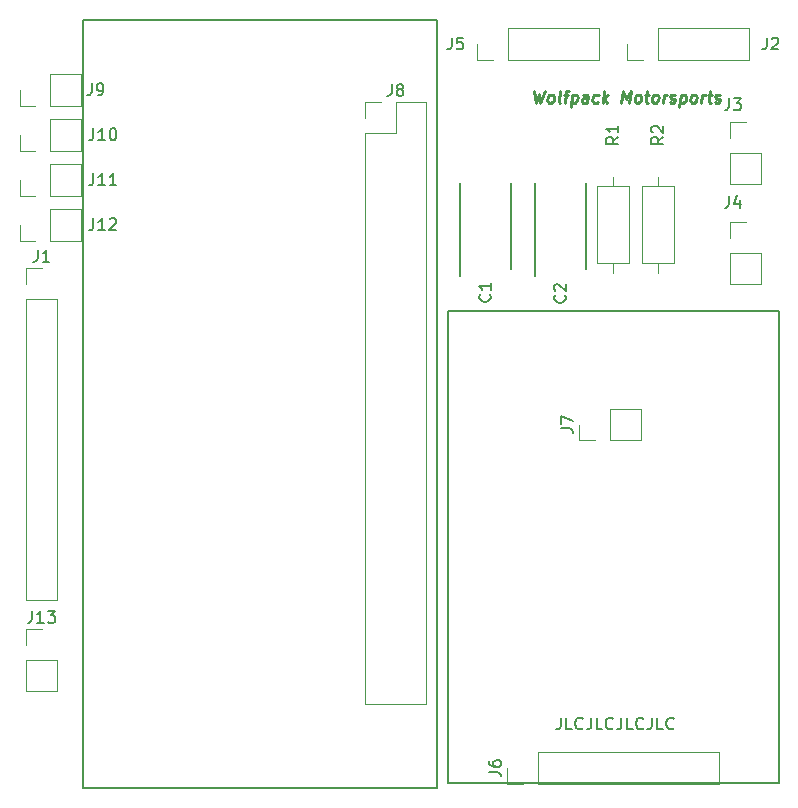
<source format=gbr>
G04 #@! TF.GenerationSoftware,KiCad,Pcbnew,(5.1.5)-3*
G04 #@! TF.CreationDate,2020-06-28T02:39:40-04:00*
G04 #@! TF.ProjectId,SteeringWheelKicad,53746565-7269-46e6-9757-6865656c4b69,3.0*
G04 #@! TF.SameCoordinates,Original*
G04 #@! TF.FileFunction,Legend,Top*
G04 #@! TF.FilePolarity,Positive*
%FSLAX46Y46*%
G04 Gerber Fmt 4.6, Leading zero omitted, Abs format (unit mm)*
G04 Created by KiCad (PCBNEW (5.1.5)-3) date 2020-06-28 02:39:40*
%MOMM*%
%LPD*%
G04 APERTURE LIST*
%ADD10C,0.160000*%
%ADD11C,0.250000*%
%ADD12C,0.150000*%
%ADD13C,0.120000*%
%ADD14C,0.200000*%
G04 APERTURE END LIST*
D10*
X140980952Y-144652380D02*
X140980952Y-145366666D01*
X140933333Y-145509523D01*
X140838095Y-145604761D01*
X140695238Y-145652380D01*
X140600000Y-145652380D01*
X141933333Y-145652380D02*
X141457142Y-145652380D01*
X141457142Y-144652380D01*
X142838095Y-145557142D02*
X142790476Y-145604761D01*
X142647619Y-145652380D01*
X142552380Y-145652380D01*
X142409523Y-145604761D01*
X142314285Y-145509523D01*
X142266666Y-145414285D01*
X142219047Y-145223809D01*
X142219047Y-145080952D01*
X142266666Y-144890476D01*
X142314285Y-144795238D01*
X142409523Y-144700000D01*
X142552380Y-144652380D01*
X142647619Y-144652380D01*
X142790476Y-144700000D01*
X142838095Y-144747619D01*
X143552380Y-144652380D02*
X143552380Y-145366666D01*
X143504761Y-145509523D01*
X143409523Y-145604761D01*
X143266666Y-145652380D01*
X143171428Y-145652380D01*
X144504761Y-145652380D02*
X144028571Y-145652380D01*
X144028571Y-144652380D01*
X145409523Y-145557142D02*
X145361904Y-145604761D01*
X145219047Y-145652380D01*
X145123809Y-145652380D01*
X144980952Y-145604761D01*
X144885714Y-145509523D01*
X144838095Y-145414285D01*
X144790476Y-145223809D01*
X144790476Y-145080952D01*
X144838095Y-144890476D01*
X144885714Y-144795238D01*
X144980952Y-144700000D01*
X145123809Y-144652380D01*
X145219047Y-144652380D01*
X145361904Y-144700000D01*
X145409523Y-144747619D01*
X146123809Y-144652380D02*
X146123809Y-145366666D01*
X146076190Y-145509523D01*
X145980952Y-145604761D01*
X145838095Y-145652380D01*
X145742857Y-145652380D01*
X147076190Y-145652380D02*
X146600000Y-145652380D01*
X146600000Y-144652380D01*
X147980952Y-145557142D02*
X147933333Y-145604761D01*
X147790476Y-145652380D01*
X147695238Y-145652380D01*
X147552380Y-145604761D01*
X147457142Y-145509523D01*
X147409523Y-145414285D01*
X147361904Y-145223809D01*
X147361904Y-145080952D01*
X147409523Y-144890476D01*
X147457142Y-144795238D01*
X147552380Y-144700000D01*
X147695238Y-144652380D01*
X147790476Y-144652380D01*
X147933333Y-144700000D01*
X147980952Y-144747619D01*
X148695238Y-144652380D02*
X148695238Y-145366666D01*
X148647619Y-145509523D01*
X148552380Y-145604761D01*
X148409523Y-145652380D01*
X148314285Y-145652380D01*
X149647619Y-145652380D02*
X149171428Y-145652380D01*
X149171428Y-144652380D01*
X150552380Y-145557142D02*
X150504761Y-145604761D01*
X150361904Y-145652380D01*
X150266666Y-145652380D01*
X150123809Y-145604761D01*
X150028571Y-145509523D01*
X149980952Y-145414285D01*
X149933333Y-145223809D01*
X149933333Y-145080952D01*
X149980952Y-144890476D01*
X150028571Y-144795238D01*
X150123809Y-144700000D01*
X150266666Y-144652380D01*
X150361904Y-144652380D01*
X150504761Y-144700000D01*
X150552380Y-144747619D01*
D11*
X138758318Y-91597380D02*
X138871413Y-92597380D01*
X139151175Y-91883095D01*
X139252366Y-92597380D01*
X139615461Y-91597380D01*
X140014270Y-92597380D02*
X139924985Y-92549761D01*
X139883318Y-92502142D01*
X139847604Y-92406904D01*
X139883318Y-92121190D01*
X139942842Y-92025952D01*
X139996413Y-91978333D01*
X140097604Y-91930714D01*
X140240461Y-91930714D01*
X140329747Y-91978333D01*
X140371413Y-92025952D01*
X140407127Y-92121190D01*
X140371413Y-92406904D01*
X140311889Y-92502142D01*
X140258318Y-92549761D01*
X140157127Y-92597380D01*
X140014270Y-92597380D01*
X140919032Y-92597380D02*
X140829747Y-92549761D01*
X140794032Y-92454523D01*
X140901175Y-91597380D01*
X141240461Y-91930714D02*
X141621413Y-91930714D01*
X141299985Y-92597380D02*
X141407127Y-91740238D01*
X141466651Y-91645000D01*
X141567842Y-91597380D01*
X141663080Y-91597380D01*
X141954747Y-91930714D02*
X141829747Y-92930714D01*
X141948794Y-91978333D02*
X142049985Y-91930714D01*
X142240461Y-91930714D01*
X142329747Y-91978333D01*
X142371413Y-92025952D01*
X142407127Y-92121190D01*
X142371413Y-92406904D01*
X142311889Y-92502142D01*
X142258318Y-92549761D01*
X142157127Y-92597380D01*
X141966651Y-92597380D01*
X141877366Y-92549761D01*
X143204747Y-92597380D02*
X143270223Y-92073571D01*
X143234508Y-91978333D01*
X143145223Y-91930714D01*
X142954747Y-91930714D01*
X142853556Y-91978333D01*
X143210699Y-92549761D02*
X143109508Y-92597380D01*
X142871413Y-92597380D01*
X142782127Y-92549761D01*
X142746413Y-92454523D01*
X142758318Y-92359285D01*
X142817842Y-92264047D01*
X142919032Y-92216428D01*
X143157127Y-92216428D01*
X143258318Y-92168809D01*
X144115461Y-92549761D02*
X144014270Y-92597380D01*
X143823794Y-92597380D01*
X143734508Y-92549761D01*
X143692842Y-92502142D01*
X143657127Y-92406904D01*
X143692842Y-92121190D01*
X143752366Y-92025952D01*
X143805937Y-91978333D01*
X143907127Y-91930714D01*
X144097604Y-91930714D01*
X144186889Y-91978333D01*
X144538080Y-92597380D02*
X144663080Y-91597380D01*
X144680937Y-92216428D02*
X144919032Y-92597380D01*
X145002366Y-91930714D02*
X144573794Y-92311666D01*
X146109508Y-92597380D02*
X146234508Y-91597380D01*
X146478556Y-92311666D01*
X146901175Y-91597380D01*
X146776175Y-92597380D01*
X147395223Y-92597380D02*
X147305937Y-92549761D01*
X147264270Y-92502142D01*
X147228556Y-92406904D01*
X147264270Y-92121190D01*
X147323794Y-92025952D01*
X147377366Y-91978333D01*
X147478556Y-91930714D01*
X147621413Y-91930714D01*
X147710699Y-91978333D01*
X147752366Y-92025952D01*
X147788080Y-92121190D01*
X147752366Y-92406904D01*
X147692842Y-92502142D01*
X147639270Y-92549761D01*
X147538080Y-92597380D01*
X147395223Y-92597380D01*
X148097604Y-91930714D02*
X148478556Y-91930714D01*
X148282127Y-91597380D02*
X148174985Y-92454523D01*
X148210699Y-92549761D01*
X148299985Y-92597380D01*
X148395223Y-92597380D01*
X148871413Y-92597380D02*
X148782127Y-92549761D01*
X148740461Y-92502142D01*
X148704747Y-92406904D01*
X148740461Y-92121190D01*
X148799985Y-92025952D01*
X148853556Y-91978333D01*
X148954747Y-91930714D01*
X149097604Y-91930714D01*
X149186889Y-91978333D01*
X149228556Y-92025952D01*
X149264270Y-92121190D01*
X149228556Y-92406904D01*
X149169032Y-92502142D01*
X149115461Y-92549761D01*
X149014270Y-92597380D01*
X148871413Y-92597380D01*
X149633318Y-92597380D02*
X149716651Y-91930714D01*
X149692842Y-92121190D02*
X149752366Y-92025952D01*
X149805937Y-91978333D01*
X149907127Y-91930714D01*
X150002366Y-91930714D01*
X150210699Y-92549761D02*
X150299985Y-92597380D01*
X150490461Y-92597380D01*
X150591651Y-92549761D01*
X150651175Y-92454523D01*
X150657127Y-92406904D01*
X150621413Y-92311666D01*
X150532127Y-92264047D01*
X150389270Y-92264047D01*
X150299985Y-92216428D01*
X150264270Y-92121190D01*
X150270223Y-92073571D01*
X150329747Y-91978333D01*
X150430937Y-91930714D01*
X150573794Y-91930714D01*
X150663080Y-91978333D01*
X151145223Y-91930714D02*
X151020223Y-92930714D01*
X151139270Y-91978333D02*
X151240461Y-91930714D01*
X151430937Y-91930714D01*
X151520223Y-91978333D01*
X151561889Y-92025952D01*
X151597604Y-92121190D01*
X151561889Y-92406904D01*
X151502366Y-92502142D01*
X151448794Y-92549761D01*
X151347604Y-92597380D01*
X151157127Y-92597380D01*
X151067842Y-92549761D01*
X152109508Y-92597380D02*
X152020223Y-92549761D01*
X151978556Y-92502142D01*
X151942842Y-92406904D01*
X151978556Y-92121190D01*
X152038080Y-92025952D01*
X152091651Y-91978333D01*
X152192842Y-91930714D01*
X152335699Y-91930714D01*
X152424985Y-91978333D01*
X152466651Y-92025952D01*
X152502366Y-92121190D01*
X152466651Y-92406904D01*
X152407127Y-92502142D01*
X152353556Y-92549761D01*
X152252366Y-92597380D01*
X152109508Y-92597380D01*
X152871413Y-92597380D02*
X152954747Y-91930714D01*
X152930937Y-92121190D02*
X152990461Y-92025952D01*
X153044032Y-91978333D01*
X153145223Y-91930714D01*
X153240461Y-91930714D01*
X153430937Y-91930714D02*
X153811889Y-91930714D01*
X153615461Y-91597380D02*
X153508318Y-92454523D01*
X153544032Y-92549761D01*
X153633318Y-92597380D01*
X153728556Y-92597380D01*
X154020223Y-92549761D02*
X154109508Y-92597380D01*
X154299985Y-92597380D01*
X154401175Y-92549761D01*
X154460699Y-92454523D01*
X154466651Y-92406904D01*
X154430937Y-92311666D01*
X154341651Y-92264047D01*
X154198794Y-92264047D01*
X154109508Y-92216428D01*
X154073794Y-92121190D01*
X154079747Y-92073571D01*
X154139270Y-91978333D01*
X154240461Y-91930714D01*
X154383318Y-91930714D01*
X154472604Y-91978333D01*
D12*
X159430000Y-150200000D02*
X131430000Y-150200000D01*
X159430000Y-110200000D02*
X159430000Y-150200000D01*
X131430000Y-110200000D02*
X159430000Y-110200000D01*
X131430000Y-150200000D02*
X131430000Y-110200000D01*
X130500000Y-93920000D02*
X130500000Y-85610000D01*
X130500000Y-150610000D02*
X130500000Y-148590000D01*
X100500000Y-150610000D02*
X130500000Y-150610000D01*
X100500000Y-85610000D02*
X100500000Y-150610000D01*
X130500000Y-85610000D02*
X100500000Y-85610000D01*
X130500000Y-93920000D02*
X130500000Y-148590000D01*
D13*
X95698000Y-137170000D02*
X97028000Y-137170000D01*
X95698000Y-138500000D02*
X95698000Y-137170000D01*
X95698000Y-139770000D02*
X98358000Y-139770000D01*
X98358000Y-139770000D02*
X98358000Y-142370000D01*
X95698000Y-139770000D02*
X95698000Y-142370000D01*
X95698000Y-142370000D02*
X98358000Y-142370000D01*
X95175000Y-104270000D02*
X95175000Y-102940000D01*
X96505000Y-104270000D02*
X95175000Y-104270000D01*
X97775000Y-104270000D02*
X97775000Y-101610000D01*
X97775000Y-101610000D02*
X100375000Y-101610000D01*
X97775000Y-104270000D02*
X100375000Y-104270000D01*
X100375000Y-104270000D02*
X100375000Y-101610000D01*
X95175000Y-100460000D02*
X95175000Y-99130000D01*
X96505000Y-100460000D02*
X95175000Y-100460000D01*
X97775000Y-100460000D02*
X97775000Y-97800000D01*
X97775000Y-97800000D02*
X100375000Y-97800000D01*
X97775000Y-100460000D02*
X100375000Y-100460000D01*
X100375000Y-100460000D02*
X100375000Y-97800000D01*
X95175000Y-96650000D02*
X95175000Y-95320000D01*
X96505000Y-96650000D02*
X95175000Y-96650000D01*
X97775000Y-96650000D02*
X97775000Y-93990000D01*
X97775000Y-93990000D02*
X100375000Y-93990000D01*
X97775000Y-96650000D02*
X100375000Y-96650000D01*
X100375000Y-96650000D02*
X100375000Y-93990000D01*
X95175000Y-92840000D02*
X95175000Y-91510000D01*
X96505000Y-92840000D02*
X95175000Y-92840000D01*
X97775000Y-92840000D02*
X97775000Y-90180000D01*
X97775000Y-90180000D02*
X100375000Y-90180000D01*
X97775000Y-92840000D02*
X100375000Y-92840000D01*
X100375000Y-92840000D02*
X100375000Y-90180000D01*
D14*
X136755000Y-106665000D02*
X136755000Y-99365000D01*
X132455000Y-99365000D02*
X132455000Y-107290000D01*
X143105000Y-106665000D02*
X143105000Y-99365000D01*
X138805000Y-99365000D02*
X138805000Y-107290000D01*
D13*
X95698000Y-106620000D02*
X97028000Y-106620000D01*
X95698000Y-107950000D02*
X95698000Y-106620000D01*
X95698000Y-109220000D02*
X98358000Y-109220000D01*
X98358000Y-109220000D02*
X98358000Y-134680000D01*
X95698000Y-109220000D02*
X95698000Y-134680000D01*
X95698000Y-134680000D02*
X98358000Y-134680000D01*
X156890000Y-88960000D02*
X156890000Y-86300000D01*
X149210000Y-88960000D02*
X156890000Y-88960000D01*
X149210000Y-86300000D02*
X156890000Y-86300000D01*
X149210000Y-88960000D02*
X149210000Y-86300000D01*
X147940000Y-88960000D02*
X146610000Y-88960000D01*
X146610000Y-88960000D02*
X146610000Y-87630000D01*
X155310000Y-94270000D02*
X156640000Y-94270000D01*
X155310000Y-95600000D02*
X155310000Y-94270000D01*
X155310000Y-96870000D02*
X157970000Y-96870000D01*
X157970000Y-96870000D02*
X157970000Y-99470000D01*
X155310000Y-96870000D02*
X155310000Y-99470000D01*
X155310000Y-99470000D02*
X157970000Y-99470000D01*
X155310000Y-107930000D02*
X157970000Y-107930000D01*
X155310000Y-105330000D02*
X155310000Y-107930000D01*
X157970000Y-105330000D02*
X157970000Y-107930000D01*
X155310000Y-105330000D02*
X157970000Y-105330000D01*
X155310000Y-104060000D02*
X155310000Y-102730000D01*
X155310000Y-102730000D02*
X156640000Y-102730000D01*
X133910000Y-88960000D02*
X133910000Y-87630000D01*
X135240000Y-88960000D02*
X133910000Y-88960000D01*
X136510000Y-88960000D02*
X136510000Y-86300000D01*
X136510000Y-86300000D02*
X144190000Y-86300000D01*
X136510000Y-88960000D02*
X144190000Y-88960000D01*
X144190000Y-88960000D02*
X144190000Y-86300000D01*
X136450000Y-150260000D02*
X136450000Y-148930000D01*
X137780000Y-150260000D02*
X136450000Y-150260000D01*
X139050000Y-150260000D02*
X139050000Y-147600000D01*
X139050000Y-147600000D02*
X154350000Y-147600000D01*
X139050000Y-150260000D02*
X154350000Y-150260000D01*
X154350000Y-150260000D02*
X154350000Y-147600000D01*
X142550000Y-121180000D02*
X142550000Y-119850000D01*
X143880000Y-121180000D02*
X142550000Y-121180000D01*
X145150000Y-121180000D02*
X145150000Y-118520000D01*
X145150000Y-118520000D02*
X147750000Y-118520000D01*
X145150000Y-121180000D02*
X147750000Y-121180000D01*
X147750000Y-121180000D02*
X147750000Y-118520000D01*
X124400000Y-92570000D02*
X125730000Y-92570000D01*
X124400000Y-93900000D02*
X124400000Y-92570000D01*
X127000000Y-92570000D02*
X129600000Y-92570000D01*
X127000000Y-95170000D02*
X127000000Y-92570000D01*
X124400000Y-95170000D02*
X127000000Y-95170000D01*
X129600000Y-92570000D02*
X129600000Y-143490000D01*
X124400000Y-95170000D02*
X124400000Y-143490000D01*
X124400000Y-143490000D02*
X129600000Y-143490000D01*
X145400000Y-106980000D02*
X145400000Y-106210000D01*
X145400000Y-98900000D02*
X145400000Y-99670000D01*
X146770000Y-106210000D02*
X146770000Y-99670000D01*
X144030000Y-106210000D02*
X146770000Y-106210000D01*
X144030000Y-99670000D02*
X144030000Y-106210000D01*
X146770000Y-99670000D02*
X144030000Y-99670000D01*
X150580000Y-99670000D02*
X147840000Y-99670000D01*
X147840000Y-99670000D02*
X147840000Y-106210000D01*
X147840000Y-106210000D02*
X150580000Y-106210000D01*
X150580000Y-106210000D02*
X150580000Y-99670000D01*
X149210000Y-98900000D02*
X149210000Y-99670000D01*
X149210000Y-106980000D02*
X149210000Y-106210000D01*
D12*
X96218476Y-135622380D02*
X96218476Y-136336666D01*
X96170857Y-136479523D01*
X96075619Y-136574761D01*
X95932761Y-136622380D01*
X95837523Y-136622380D01*
X97218476Y-136622380D02*
X96647047Y-136622380D01*
X96932761Y-136622380D02*
X96932761Y-135622380D01*
X96837523Y-135765238D01*
X96742285Y-135860476D01*
X96647047Y-135908095D01*
X97551809Y-135622380D02*
X98170857Y-135622380D01*
X97837523Y-136003333D01*
X97980380Y-136003333D01*
X98075619Y-136050952D01*
X98123238Y-136098571D01*
X98170857Y-136193809D01*
X98170857Y-136431904D01*
X98123238Y-136527142D01*
X98075619Y-136574761D01*
X97980380Y-136622380D01*
X97694666Y-136622380D01*
X97599428Y-136574761D01*
X97551809Y-136527142D01*
X101410476Y-102392380D02*
X101410476Y-103106666D01*
X101362857Y-103249523D01*
X101267619Y-103344761D01*
X101124761Y-103392380D01*
X101029523Y-103392380D01*
X102410476Y-103392380D02*
X101839047Y-103392380D01*
X102124761Y-103392380D02*
X102124761Y-102392380D01*
X102029523Y-102535238D01*
X101934285Y-102630476D01*
X101839047Y-102678095D01*
X102791428Y-102487619D02*
X102839047Y-102440000D01*
X102934285Y-102392380D01*
X103172380Y-102392380D01*
X103267619Y-102440000D01*
X103315238Y-102487619D01*
X103362857Y-102582857D01*
X103362857Y-102678095D01*
X103315238Y-102820952D01*
X102743809Y-103392380D01*
X103362857Y-103392380D01*
X101410476Y-98582380D02*
X101410476Y-99296666D01*
X101362857Y-99439523D01*
X101267619Y-99534761D01*
X101124761Y-99582380D01*
X101029523Y-99582380D01*
X102410476Y-99582380D02*
X101839047Y-99582380D01*
X102124761Y-99582380D02*
X102124761Y-98582380D01*
X102029523Y-98725238D01*
X101934285Y-98820476D01*
X101839047Y-98868095D01*
X103362857Y-99582380D02*
X102791428Y-99582380D01*
X103077142Y-99582380D02*
X103077142Y-98582380D01*
X102981904Y-98725238D01*
X102886666Y-98820476D01*
X102791428Y-98868095D01*
X101410476Y-94772380D02*
X101410476Y-95486666D01*
X101362857Y-95629523D01*
X101267619Y-95724761D01*
X101124761Y-95772380D01*
X101029523Y-95772380D01*
X102410476Y-95772380D02*
X101839047Y-95772380D01*
X102124761Y-95772380D02*
X102124761Y-94772380D01*
X102029523Y-94915238D01*
X101934285Y-95010476D01*
X101839047Y-95058095D01*
X103029523Y-94772380D02*
X103124761Y-94772380D01*
X103220000Y-94820000D01*
X103267619Y-94867619D01*
X103315238Y-94962857D01*
X103362857Y-95153333D01*
X103362857Y-95391428D01*
X103315238Y-95581904D01*
X103267619Y-95677142D01*
X103220000Y-95724761D01*
X103124761Y-95772380D01*
X103029523Y-95772380D01*
X102934285Y-95724761D01*
X102886666Y-95677142D01*
X102839047Y-95581904D01*
X102791428Y-95391428D01*
X102791428Y-95153333D01*
X102839047Y-94962857D01*
X102886666Y-94867619D01*
X102934285Y-94820000D01*
X103029523Y-94772380D01*
X101251666Y-90962380D02*
X101251666Y-91676666D01*
X101204047Y-91819523D01*
X101108809Y-91914761D01*
X100965952Y-91962380D01*
X100870714Y-91962380D01*
X101775476Y-91962380D02*
X101965952Y-91962380D01*
X102061190Y-91914761D01*
X102108809Y-91867142D01*
X102204047Y-91724285D01*
X102251666Y-91533809D01*
X102251666Y-91152857D01*
X102204047Y-91057619D01*
X102156428Y-91010000D01*
X102061190Y-90962380D01*
X101870714Y-90962380D01*
X101775476Y-91010000D01*
X101727857Y-91057619D01*
X101680238Y-91152857D01*
X101680238Y-91390952D01*
X101727857Y-91486190D01*
X101775476Y-91533809D01*
X101870714Y-91581428D01*
X102061190Y-91581428D01*
X102156428Y-91533809D01*
X102204047Y-91486190D01*
X102251666Y-91390952D01*
D10*
X134962142Y-108821666D02*
X135009761Y-108869285D01*
X135057380Y-109012142D01*
X135057380Y-109107380D01*
X135009761Y-109250238D01*
X134914523Y-109345476D01*
X134819285Y-109393095D01*
X134628809Y-109440714D01*
X134485952Y-109440714D01*
X134295476Y-109393095D01*
X134200238Y-109345476D01*
X134105000Y-109250238D01*
X134057380Y-109107380D01*
X134057380Y-109012142D01*
X134105000Y-108869285D01*
X134152619Y-108821666D01*
X135057380Y-107869285D02*
X135057380Y-108440714D01*
X135057380Y-108155000D02*
X134057380Y-108155000D01*
X134200238Y-108250238D01*
X134295476Y-108345476D01*
X134343095Y-108440714D01*
X141312142Y-108896666D02*
X141359761Y-108944285D01*
X141407380Y-109087142D01*
X141407380Y-109182380D01*
X141359761Y-109325238D01*
X141264523Y-109420476D01*
X141169285Y-109468095D01*
X140978809Y-109515714D01*
X140835952Y-109515714D01*
X140645476Y-109468095D01*
X140550238Y-109420476D01*
X140455000Y-109325238D01*
X140407380Y-109182380D01*
X140407380Y-109087142D01*
X140455000Y-108944285D01*
X140502619Y-108896666D01*
X140502619Y-108515714D02*
X140455000Y-108468095D01*
X140407380Y-108372857D01*
X140407380Y-108134761D01*
X140455000Y-108039523D01*
X140502619Y-107991904D01*
X140597857Y-107944285D01*
X140693095Y-107944285D01*
X140835952Y-107991904D01*
X141407380Y-108563333D01*
X141407380Y-107944285D01*
X96694666Y-105072380D02*
X96694666Y-105786666D01*
X96647047Y-105929523D01*
X96551809Y-106024761D01*
X96408952Y-106072380D01*
X96313714Y-106072380D01*
X97694666Y-106072380D02*
X97123238Y-106072380D01*
X97408952Y-106072380D02*
X97408952Y-105072380D01*
X97313714Y-105215238D01*
X97218476Y-105310476D01*
X97123238Y-105358095D01*
X158401666Y-87082380D02*
X158401666Y-87796666D01*
X158354047Y-87939523D01*
X158258809Y-88034761D01*
X158115952Y-88082380D01*
X158020714Y-88082380D01*
X158830238Y-87177619D02*
X158877857Y-87130000D01*
X158973095Y-87082380D01*
X159211190Y-87082380D01*
X159306428Y-87130000D01*
X159354047Y-87177619D01*
X159401666Y-87272857D01*
X159401666Y-87368095D01*
X159354047Y-87510952D01*
X158782619Y-88082380D01*
X159401666Y-88082380D01*
X155226666Y-92232380D02*
X155226666Y-92946666D01*
X155179047Y-93089523D01*
X155083809Y-93184761D01*
X154940952Y-93232380D01*
X154845714Y-93232380D01*
X155607619Y-92232380D02*
X156226666Y-92232380D01*
X155893333Y-92613333D01*
X156036190Y-92613333D01*
X156131428Y-92660952D01*
X156179047Y-92708571D01*
X156226666Y-92803809D01*
X156226666Y-93041904D01*
X156179047Y-93137142D01*
X156131428Y-93184761D01*
X156036190Y-93232380D01*
X155750476Y-93232380D01*
X155655238Y-93184761D01*
X155607619Y-93137142D01*
X155226666Y-100487380D02*
X155226666Y-101201666D01*
X155179047Y-101344523D01*
X155083809Y-101439761D01*
X154940952Y-101487380D01*
X154845714Y-101487380D01*
X156131428Y-100820714D02*
X156131428Y-101487380D01*
X155893333Y-100439761D02*
X155655238Y-101154047D01*
X156274285Y-101154047D01*
X131731666Y-87082380D02*
X131731666Y-87796666D01*
X131684047Y-87939523D01*
X131588809Y-88034761D01*
X131445952Y-88082380D01*
X131350714Y-88082380D01*
X132684047Y-87082380D02*
X132207857Y-87082380D01*
X132160238Y-87558571D01*
X132207857Y-87510952D01*
X132303095Y-87463333D01*
X132541190Y-87463333D01*
X132636428Y-87510952D01*
X132684047Y-87558571D01*
X132731666Y-87653809D01*
X132731666Y-87891904D01*
X132684047Y-87987142D01*
X132636428Y-88034761D01*
X132541190Y-88082380D01*
X132303095Y-88082380D01*
X132207857Y-88034761D01*
X132160238Y-87987142D01*
X134902380Y-149263333D02*
X135616666Y-149263333D01*
X135759523Y-149310952D01*
X135854761Y-149406190D01*
X135902380Y-149549047D01*
X135902380Y-149644285D01*
X134902380Y-148358571D02*
X134902380Y-148549047D01*
X134950000Y-148644285D01*
X134997619Y-148691904D01*
X135140476Y-148787142D01*
X135330952Y-148834761D01*
X135711904Y-148834761D01*
X135807142Y-148787142D01*
X135854761Y-148739523D01*
X135902380Y-148644285D01*
X135902380Y-148453809D01*
X135854761Y-148358571D01*
X135807142Y-148310952D01*
X135711904Y-148263333D01*
X135473809Y-148263333D01*
X135378571Y-148310952D01*
X135330952Y-148358571D01*
X135283333Y-148453809D01*
X135283333Y-148644285D01*
X135330952Y-148739523D01*
X135378571Y-148787142D01*
X135473809Y-148834761D01*
X141002380Y-120183333D02*
X141716666Y-120183333D01*
X141859523Y-120230952D01*
X141954761Y-120326190D01*
X142002380Y-120469047D01*
X142002380Y-120564285D01*
X141002380Y-119802380D02*
X141002380Y-119135714D01*
X142002380Y-119564285D01*
X126666666Y-91022380D02*
X126666666Y-91736666D01*
X126619047Y-91879523D01*
X126523809Y-91974761D01*
X126380952Y-92022380D01*
X126285714Y-92022380D01*
X127285714Y-91450952D02*
X127190476Y-91403333D01*
X127142857Y-91355714D01*
X127095238Y-91260476D01*
X127095238Y-91212857D01*
X127142857Y-91117619D01*
X127190476Y-91070000D01*
X127285714Y-91022380D01*
X127476190Y-91022380D01*
X127571428Y-91070000D01*
X127619047Y-91117619D01*
X127666666Y-91212857D01*
X127666666Y-91260476D01*
X127619047Y-91355714D01*
X127571428Y-91403333D01*
X127476190Y-91450952D01*
X127285714Y-91450952D01*
X127190476Y-91498571D01*
X127142857Y-91546190D01*
X127095238Y-91641428D01*
X127095238Y-91831904D01*
X127142857Y-91927142D01*
X127190476Y-91974761D01*
X127285714Y-92022380D01*
X127476190Y-92022380D01*
X127571428Y-91974761D01*
X127619047Y-91927142D01*
X127666666Y-91831904D01*
X127666666Y-91641428D01*
X127619047Y-91546190D01*
X127571428Y-91498571D01*
X127476190Y-91450952D01*
X145852380Y-95486666D02*
X145376190Y-95820000D01*
X145852380Y-96058095D02*
X144852380Y-96058095D01*
X144852380Y-95677142D01*
X144900000Y-95581904D01*
X144947619Y-95534285D01*
X145042857Y-95486666D01*
X145185714Y-95486666D01*
X145280952Y-95534285D01*
X145328571Y-95581904D01*
X145376190Y-95677142D01*
X145376190Y-96058095D01*
X145852380Y-94534285D02*
X145852380Y-95105714D01*
X145852380Y-94820000D02*
X144852380Y-94820000D01*
X144995238Y-94915238D01*
X145090476Y-95010476D01*
X145138095Y-95105714D01*
X149662380Y-95486666D02*
X149186190Y-95820000D01*
X149662380Y-96058095D02*
X148662380Y-96058095D01*
X148662380Y-95677142D01*
X148710000Y-95581904D01*
X148757619Y-95534285D01*
X148852857Y-95486666D01*
X148995714Y-95486666D01*
X149090952Y-95534285D01*
X149138571Y-95581904D01*
X149186190Y-95677142D01*
X149186190Y-96058095D01*
X148757619Y-95105714D02*
X148710000Y-95058095D01*
X148662380Y-94962857D01*
X148662380Y-94724761D01*
X148710000Y-94629523D01*
X148757619Y-94581904D01*
X148852857Y-94534285D01*
X148948095Y-94534285D01*
X149090952Y-94581904D01*
X149662380Y-95153333D01*
X149662380Y-94534285D01*
M02*

</source>
